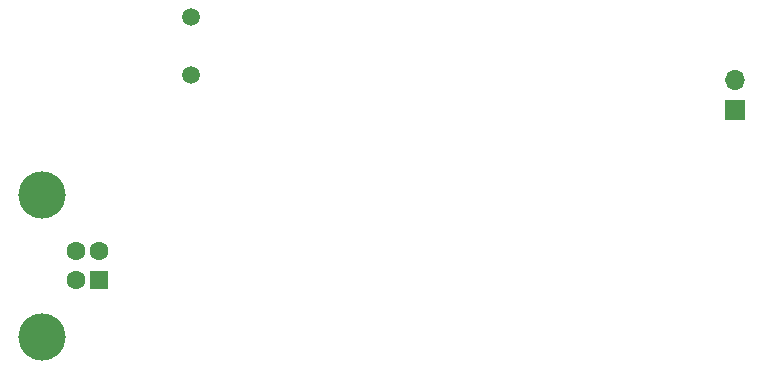
<source format=gbs>
G04 #@! TF.GenerationSoftware,KiCad,Pcbnew,8.0.6*
G04 #@! TF.CreationDate,2025-01-13T18:54:35-05:00*
G04 #@! TF.ProjectId,usb2J1708_rev4,75736232-4a31-4373-9038-5f726576342e,rev?*
G04 #@! TF.SameCoordinates,Original*
G04 #@! TF.FileFunction,Soldermask,Bot*
G04 #@! TF.FilePolarity,Negative*
%FSLAX46Y46*%
G04 Gerber Fmt 4.6, Leading zero omitted, Abs format (unit mm)*
G04 Created by KiCad (PCBNEW 8.0.6) date 2025-01-13 18:54:35*
%MOMM*%
%LPD*%
G01*
G04 APERTURE LIST*
%ADD10C,1.500000*%
%ADD11R,1.700000X1.700000*%
%ADD12O,1.700000X1.700000*%
%ADD13R,1.600000X1.600000*%
%ADD14C,1.600000*%
%ADD15C,4.000000*%
G04 APERTURE END LIST*
D10*
X140690000Y-109010000D03*
X140690000Y-104130000D03*
D11*
X186753000Y-111989000D03*
D12*
X186753000Y-109449000D03*
D13*
X132900000Y-126400000D03*
D14*
X132900000Y-123900000D03*
X130900000Y-123900000D03*
X130900000Y-126400000D03*
D15*
X128040000Y-131150000D03*
X128040000Y-119150000D03*
M02*

</source>
